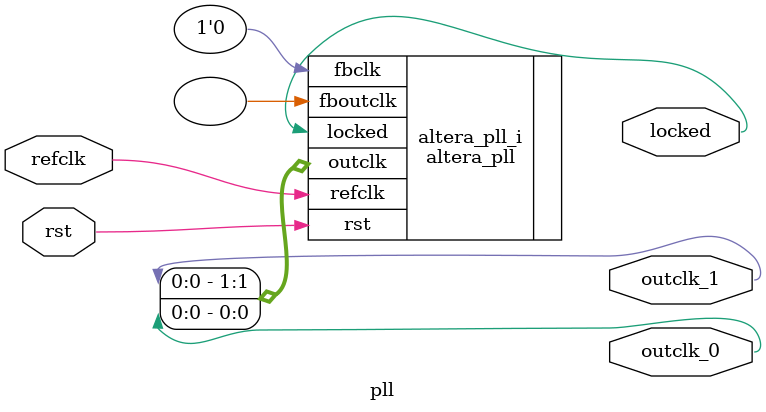
<source format=v>
module pll(

	// interface 'refclk'
	input wire refclk,

	// interface 'reset'
	input wire rst,

	// interface 'outclk0'
	output wire outclk_0,

	// interface 'outclk1'
	output wire outclk_1,

	// interface 'locked'
	output wire locked
);

	altera_pll #(
		.fractional_vco_multiplier("false"),
		.reference_clock_frequency("50.0 MHz"),
		.operation_mode("normal"),
		.number_of_clocks(2),
		.output_clock_frequency0("50.000000 MHz"),
		.phase_shift0("0 ps"),
		.duty_cycle0(50),
		.output_clock_frequency1("50.000000 MHz"),
		.phase_shift1("-3000 ps"),
		.duty_cycle1(50),
		.output_clock_frequency2("0 MHz"),
		.phase_shift2("0 ps"),
		.duty_cycle2(50),
		.output_clock_frequency3("0 MHz"),
		.phase_shift3("0 ps"),
		.duty_cycle3(50),
		.output_clock_frequency4("0 MHz"),
		.phase_shift4("0 ps"),
		.duty_cycle4(50),
		.output_clock_frequency5("0 MHz"),
		.phase_shift5("0 ps"),
		.duty_cycle5(50),
		.output_clock_frequency6("0 MHz"),
		.phase_shift6("0 ps"),
		.duty_cycle6(50),
		.output_clock_frequency7("0 MHz"),
		.phase_shift7("0 ps"),
		.duty_cycle7(50),
		.output_clock_frequency8("0 MHz"),
		.phase_shift8("0 ps"),
		.duty_cycle8(50),
		.output_clock_frequency9("0 MHz"),
		.phase_shift9("0 ps"),
		.duty_cycle9(50),
		.output_clock_frequency10("0 MHz"),
		.phase_shift10("0 ps"),
		.duty_cycle10(50),
		.output_clock_frequency11("0 MHz"),
		.phase_shift11("0 ps"),
		.duty_cycle11(50),
		.output_clock_frequency12("0 MHz"),
		.phase_shift12("0 ps"),
		.duty_cycle12(50),
		.output_clock_frequency13("0 MHz"),
		.phase_shift13("0 ps"),
		.duty_cycle13(50),
		.output_clock_frequency14("0 MHz"),
		.phase_shift14("0 ps"),
		.duty_cycle14(50),
		.output_clock_frequency15("0 MHz"),
		.phase_shift15("0 ps"),
		.duty_cycle15(50),
		.output_clock_frequency16("0 MHz"),
		.phase_shift16("0 ps"),
		.duty_cycle16(50),
		.output_clock_frequency17("0 MHz"),
		.phase_shift17("0 ps"),
		.duty_cycle17(50),
		.pll_type("General"),
		.pll_subtype("General")
	) altera_pll_i (
		.rst	(rst),
		.outclk	({outclk_1, outclk_0}),
		.locked	(locked),
		.fboutclk	( ),
		.fbclk	(1'b0),
		.refclk	(refclk)
	);
endmodule


</source>
